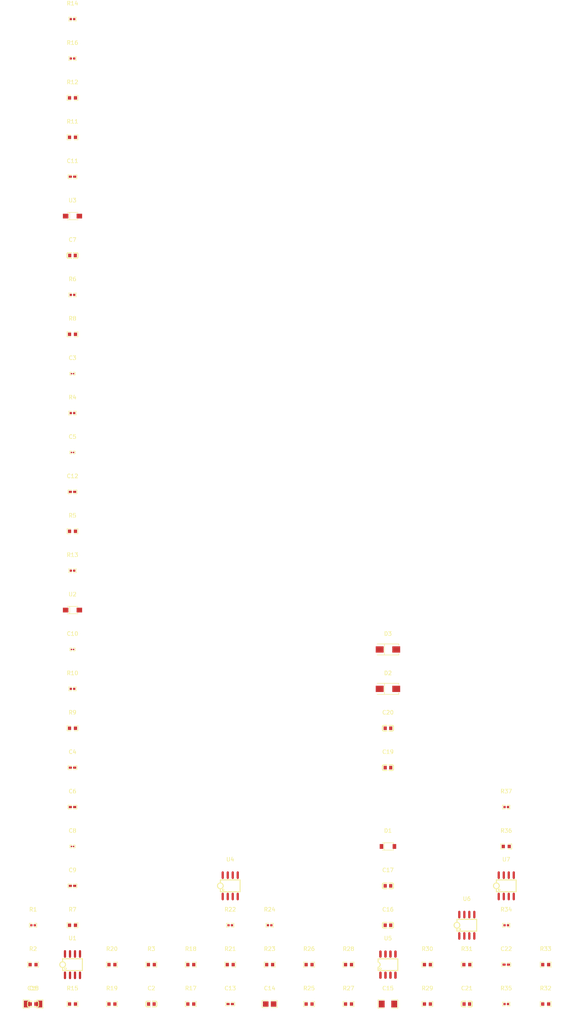
<source format=kicad_pcb>
(kicad_pcb (version 20241229) (generator "atopile") (generator_version "0.8.1")
  (layers (0 "F.Cu" signal) (31 "B.Cu" signal) (34 "B.Paste" user) (35 "F.Paste" user) (36 "B.SilkS" user "B.Silkscreen") (37 "F.SilkS" user "F.Silkscreen") (38 "B.Mask" user) (39 "F.Mask" user) (44 "Edge.Cuts" user))
  (net 0 "")
  (net 1 "input_stage-net")
  (net 2 "output_stage-resistors_ifs[0]")
  (net 3 "gain_stage-wiper")
  (net 4 "gain_stage-net-4")
  (net 5 "gain_stage.ff1_low_pass-gnd")
  (net 6 "hv-1")
  (net 7 "INPUT")
  (net 8 "output-1")
  (net 9 "gain_stage-tap")
  (net 10 "gain_stage-P1INminus")
  (net 11 "gnd-1")
  (net 12 "line")
  (net 13 "gain_stage-net")
  (net 14 "summing_opamp.summing_opamps-P2INplus")
  (net 15 "bypass-tap")
  (net 16 "gain_stage-line")
  (net 17 "summing_opamp.summing_opamps-P2INminus")
  (net 18 "gain_stage-resistors_ifs[0]")
  (net 19 "tone_control.tone_opamps-P2OUT")
  (net 20 "input_stage.input_buffer_opamp-P1INminus")
  (net 21 "input_stage.input_buffer_opamp-P2INminus")
  (net 22 "input_stage.input_buffer_opamp-P2OUT")
  (net 24 "tone_control-P1INminus")
  (net 25 "gnd")
  (net 26 "gain_stage-resistors_ifs[1]")
  (net 27 "gain_stage.gain_stage_opamp-P2OUT")
  (net 28 "gain_stage-net-2")
  (net 29 "gain_stage-net-3")
  (net 30 "gain_stage-cathode")
  (net 31 "summing_opamp.summing_opamps-P2OUT")
  (net 32 "input_stage-P1INplus")
  (net 33 "output_stage-net")
  (net 34 "CAPminus")
  (net 35 "gain_stage-P1INplus")
  (net 36 "gnd-3")
  (net 37 "gnd-2")
  (net 39 "tone_control-resistors_ifs[0]")
  (net 40 "OSC")
  (net 41 "tone_control.tone_opamps-P2INplus")
  (net 42 "CAPplus")
  (net 43 "tone_control.tone_opamps-P2INminus")
  (net 44 "tone_control-resistors_ifs[1]")
  (net 45 "input_stage.input_buffer_opamp-P2INplus")
  (net 46 "gain_stage-line-1")
  (net 47 "hv")
  (net 48 "summing_opamp-P1INminus")
  (net 49 "hv-2")
  (net 50 "gain_stage.gain_stage_opamp-P2INplus")
  (net 51 "INPUT-1")
  (net 52 "gain_stage-output")
  (net 53 "LV")
  (net 54 "line-1")
  (net 55 "line-2")
  (net 56 "tone_control-wiper")
  (net 57 "gain_stage.gain_stage_opamp-P2INminus")
  (net 58 "output_stage-gnd")
  (net 59 "power_supply-cathode")
  (net 60 "gain_stage-net-1")
  (net 61 "output")
  (footprint "atopile:C0603-bd72f6" (layer "F.Cu") (at 0 0 0)
    (property "Reference" "C1" (at 0 -4 0) (layer "F.SilkS") (hide no))
    (property "Value" "4.7µF ±10% 16V X5R")
    (fp_text user "${REFERENCE}" (at 0 -4 0) (layer "F.SilkS"))
    (pad "2" smd rect (at 0.7 0 0) (size 0.8 0.9) (layers "F.Cu" "F.Paste" "F.Mask") (net 15 "bypass-tap"))
    (pad "1" smd rect (at -0.7 0 0) (size 0.8 0.9) (layers "F.Cu" "F.Paste" "F.Mask") (net 54 "line-1"))
  )
  (footprint "atopile:R0603-ebcab9" (layer "F.Cu") (at 0 -10 0)
    (property "Reference" "R2" (at 0 -4 0) (layer "F.SilkS") (hide no))
    (property "Value" "560Ω ±1% 100mW")
    (fp_text user "${REFERENCE}" (at 0 -4 0) (layer "F.SilkS"))
    (pad "2" smd rect (at 0.75 0 0) (size 0.81 0.86) (layers "F.Cu" "F.Paste" "F.Mask") (net 12 "line"))
    (pad "1" smd rect (at -0.75 0 0) (size 0.81 0.86) (layers "F.Cu" "F.Paste" "F.Mask") (net 15 "bypass-tap"))
  )
  (footprint "atopile:R0402-56259e" (layer "F.Cu") (at 0 -20 0)
    (property "Reference" "R1" (at 0 -4 0) (layer "F.SilkS") (hide no))
    (property "Value" "100kΩ ±1% 62.5mW")
    (fp_text user "${REFERENCE}" (at 0 -4 0) (layer "F.SilkS"))
    (pad "2" smd rect (at 0.43 0 0) (size 0.57 0.54) (layers "F.Cu" "F.Paste" "F.Mask") (net 25 "gnd"))
    (pad "1" smd rect (at -0.43 0 0) (size 0.57 0.54) (layers "F.Cu" "F.Paste" "F.Mask") (net 15 "bypass-tap"))
  )
  (footprint "atopile:R0603-ebcab9" (layer "F.Cu") (at 10 0 0)
    (property "Reference" "R15" (at 0 -4 0) (layer "F.SilkS") (hide no))
    (property "Value" "1kΩ ±1% 100mW")
    (fp_text user "${REFERENCE}" (at 0 -4 0) (layer "F.SilkS"))
    (pad "2" smd rect (at 0.75 0 0) (size 0.81 0.86) (layers "F.Cu" "F.Paste" "F.Mask") (net 30 "gain_stage-cathode"))
    (pad "1" smd rect (at -0.75 0 0) (size 0.81 0.86) (layers "F.Cu" "F.Paste" "F.Mask") (net 29 "gain_stage-net-3"))
  )
  (footprint "atopile:SOIC-8_L5.0-W4.0-P1.27-LS6.0-BL-294f77" (layer "F.Cu") (at 10 -10 0)
    (property "Reference" "U1" (at 0 -6.71 0) (layer "F.SilkS") (hide no))
    (property "Value" "")
    (fp_text user "${REFERENCE}" (at 0 -6.71 0) (layer "F.SilkS"))
    (pad "1" smd oval (at -1.91 2.71 0) (size 0.57 1.95) (layers "F.Cu" "F.Paste" "F.Mask") (net 52 "gain_stage-output"))
    (pad "2" smd oval (at -0.63 2.71 0) (size 0.57 1.95) (layers "F.Cu" "F.Paste" "F.Mask") (net 10 "gain_stage-P1INminus"))
    (pad "3" smd oval (at 0.63 2.71 0) (size 0.57 1.95) (layers "F.Cu" "F.Paste" "F.Mask") (net 35 "gain_stage-P1INplus"))
    (pad "4" smd oval (at 1.9 2.71 0) (size 0.57 1.95) (layers "F.Cu" "F.Paste" "F.Mask") (net 37 "gnd-2"))
    (pad "8" smd oval (at -1.91 -2.71 0) (size 0.57 1.95) (layers "F.Cu" "F.Paste" "F.Mask") (net 47 "hv"))
    (pad "7" smd oval (at -0.63 -2.71 0) (size 0.57 1.95) (layers "F.Cu" "F.Paste" "F.Mask") (net 27 "gain_stage.gain_stage_opamp-P2OUT"))
    (pad "6" smd oval (at 0.63 -2.71 0) (size 0.57 1.95) (layers "F.Cu" "F.Paste" "F.Mask") (net 57 "gain_stage.gain_stage_opamp-P2INminus"))
    (pad "5" smd oval (at 1.9 -2.71 0) (size 0.57 1.95) (layers "F.Cu" "F.Paste" "F.Mask") (net 50 "gain_stage.gain_stage_opamp-P2INplus"))
  )
  (footprint "atopile:R0603-ebcab9" (layer "F.Cu") (at 10 -20 0)
    (property "Reference" "R7" (at 0 -4 0) (layer "F.SilkS") (hide no))
    (property "Value" "1kΩ ±1% 100mW")
    (fp_text user "${REFERENCE}" (at 0 -4 0) (layer "F.SilkS"))
    (pad "2" smd rect (at 0.75 0 0) (size 0.81 0.86) (layers "F.Cu" "F.Paste" "F.Mask") (net 6 "hv-1"))
    (pad "1" smd rect (at -0.75 0 0) (size 0.81 0.86) (layers "F.Cu" "F.Paste" "F.Mask") (net 60 "gain_stage-net-1"))
  )
  (footprint "atopile:C0402-b3ef17" (layer "F.Cu") (at 10 -30 0)
    (property "Reference" "C9" (at 0 -4 0) (layer "F.SilkS") (hide no))
    (property "Value" "82nF ±10% 16V X7R")
    (fp_text user "${REFERENCE}" (at 0 -4 0) (layer "F.SilkS"))
    (pad "2" smd rect (at 0.55 0 0) (size 0.79 0.54) (layers "F.Cu" "F.Paste" "F.Mask") (net 10 "gain_stage-P1INminus"))
    (pad "1" smd rect (at -0.55 0 0) (size 0.79 0.54) (layers "F.Cu" "F.Paste" "F.Mask") (net 4 "gain_stage-net-4"))
  )
  (footprint "atopile:C0201-a4ec75" (layer "F.Cu") (at 10 -40 0)
    (property "Reference" "C8" (at 0 -4 0) (layer "F.SilkS") (hide no))
    (property "Value" "68nF ±10% 16V X5R")
    (fp_text user "${REFERENCE}" (at 0 -4 0) (layer "F.SilkS"))
    (pad "2" smd rect (at 0.27 0 0) (size 0.37 0.32) (layers "F.Cu" "F.Paste" "F.Mask") (net 35 "gain_stage-P1INplus"))
    (pad "1" smd rect (at -0.27 0 0) (size 0.37 0.32) (layers "F.Cu" "F.Paste" "F.Mask") (net 16 "gain_stage-line"))
  )
  (footprint "atopile:C0402-b3ef17" (layer "F.Cu") (at 10 -50 0)
    (property "Reference" "C6" (at 0 -4 0) (layer "F.SilkS") (hide no))
    (property "Value" "27nF ±10% 16V X7R")
    (fp_text user "${REFERENCE}" (at 0 -4 0) (layer "F.SilkS"))
    (pad "2" smd rect (at 0.55 0 0) (size 0.79 0.54) (layers "F.Cu" "F.Paste" "F.Mask") (net 55 "line-2"))
    (pad "1" smd rect (at -0.55 0 0) (size 0.79 0.54) (layers "F.Cu" "F.Paste" "F.Mask") (net 13 "gain_stage-net"))
  )
  (footprint "atopile:C0402-b3ef17" (layer "F.Cu") (at 10 -60 0)
    (property "Reference" "C4" (at 0 -4 0) (layer "F.SilkS") (hide no))
    (property "Value" "390nF ±10% 16V X5R")
    (fp_text user "${REFERENCE}" (at 0 -4 0) (layer "F.SilkS"))
    (pad "2" smd rect (at 0.55 0 0) (size 0.79 0.54) (layers "F.Cu" "F.Paste" "F.Mask") (net 60 "gain_stage-net-1"))
    (pad "1" smd rect (at -0.55 0 0) (size 0.79 0.54) (layers "F.Cu" "F.Paste" "F.Mask") (net 18 "gain_stage-resistors_ifs[0]"))
  )
  (footprint "atopile:R0603-ebcab9" (layer "F.Cu") (at 10 -70 0)
    (property "Reference" "R9" (at 0 -4 0) (layer "F.SilkS") (hide no))
    (property "Value" "27kΩ ±1% 100mW")
    (fp_text user "${REFERENCE}" (at 0 -4 0) (layer "F.SilkS"))
    (pad "2" smd rect (at 0.75 0 0) (size 0.81 0.86) (layers "F.Cu" "F.Paste" "F.Mask") (net 55 "line-2"))
    (pad "1" smd rect (at -0.75 0 0) (size 0.81 0.86) (layers "F.Cu" "F.Paste" "F.Mask") (net 3 "gain_stage-wiper"))
  )
  (footprint "atopile:R0402-56259e" (layer "F.Cu") (at 10 -80 0)
    (property "Reference" "R10" (at 0 -4 0) (layer "F.SilkS") (hide no))
    (property "Value" "12kΩ ±1% 62.5mW")
    (fp_text user "${REFERENCE}" (at 0 -4 0) (layer "F.SilkS"))
    (pad "2" smd rect (at 0.43 0 0) (size 0.57 0.54) (layers "F.Cu" "F.Paste" "F.Mask") (net 13 "gain_stage-net"))
    (pad "1" smd rect (at -0.43 0 0) (size 0.57 0.54) (layers "F.Cu" "F.Paste" "F.Mask") (net 3 "gain_stage-wiper"))
  )
  (footprint "atopile:C0201-a4ec75" (layer "F.Cu") (at 10 -90 0)
    (property "Reference" "C10" (at 0 -4 0) (layer "F.SilkS") (hide no))
    (property "Value" "390pF ±5% 25V C0G")
    (fp_text user "${REFERENCE}" (at 0 -4 0) (layer "F.SilkS"))
    (pad "2" smd rect (at 0.27 0 0) (size 0.37 0.32) (layers "F.Cu" "F.Paste" "F.Mask") (net 52 "gain_stage-output"))
    (pad "1" smd rect (at -0.27 0 0) (size 0.37 0.32) (layers "F.Cu" "F.Paste" "F.Mask") (net 10 "gain_stage-P1INminus"))
  )
  (footprint "atopile:SOD-123FL_L2.7-W1.8-LS3.8-RD-0c8348" (layer "F.Cu") (at 10 -100 0)
    (property "Reference" "U2" (at 0 -4 0) (layer "F.SilkS") (hide no))
    (property "Value" "")
    (fp_text user "${REFERENCE}" (at 0 -4 0) (layer "F.SilkS"))
    (pad "2" smd rect (at 1.74 0 0) (size 1.4 1.2) (layers "F.Cu" "F.Paste" "F.Mask") (net 30 "gain_stage-cathode"))
    (pad "1" smd rect (at -1.74 0 0) (size 1.4 1.2) (layers "F.Cu" "F.Paste" "F.Mask") (net 37 "gnd-2"))
  )
  (footprint "atopile:R0402-56259e" (layer "F.Cu") (at 10 -110 0)
    (property "Reference" "R13" (at 0 -4 0) (layer "F.SilkS") (hide no))
    (property "Value" "15kΩ ±1% 62.5mW")
    (fp_text user "${REFERENCE}" (at 0 -4 0) (layer "F.SilkS"))
    (pad "2" smd rect (at 0.43 0 0) (size 0.57 0.54) (layers "F.Cu" "F.Paste" "F.Mask") (net 10 "gain_stage-P1INminus"))
    (pad "1" smd rect (at -0.43 0 0) (size 0.57 0.54) (layers "F.Cu" "F.Paste" "F.Mask") (net 4 "gain_stage-net-4"))
  )
  (footprint "atopile:R0603-ebcab9" (layer "F.Cu") (at 10 -120 0)
    (property "Reference" "R5" (at 0 -4 0) (layer "F.SilkS") (hide no))
    (property "Value" "5.1kΩ ±1% 100mW")
    (fp_text user "${REFERENCE}" (at 0 -4 0) (layer "F.SilkS"))
    (pad "2" smd rect (at 0.75 0 0) (size 0.81 0.86) (layers "F.Cu" "F.Paste" "F.Mask") (net 18 "gain_stage-resistors_ifs[0]"))
    (pad "1" smd rect (at -0.75 0 0) (size 0.81 0.86) (layers "F.Cu" "F.Paste" "F.Mask") (net 54 "line-1"))
  )
  (footprint "atopile:C0402-b3ef17" (layer "F.Cu") (at 10 -130 0)
    (property "Reference" "C12" (at 0 -4 0) (layer "F.SilkS") (hide no))
    (property "Value" "1µF ±10% 25V X5R")
    (fp_text user "${REFERENCE}" (at 0 -4 0) (layer "F.SilkS"))
    (pad "2" smd rect (at 0.55 0 0) (size 0.79 0.54) (layers "F.Cu" "F.Paste" "F.Mask") (net 9 "gain_stage-tap"))
    (pad "1" smd rect (at -0.55 0 0) (size 0.79 0.54) (layers "F.Cu" "F.Paste" "F.Mask") (net 30 "gain_stage-cathode"))
  )
  (footprint "atopile:C0201-a4ec75" (layer "F.Cu") (at 10 -140 0)
    (property "Reference" "C5" (at 0 -4 0) (layer "F.SilkS") (hide no))
    (property "Value" "2.2nF ±10% 25V X7R")
    (fp_text user "${REFERENCE}" (at 0 -4 0) (layer "F.SilkS"))
    (pad "2" smd rect (at 0.27 0 0) (size 0.37 0.32) (layers "F.Cu" "F.Paste" "F.Mask") (net 9 "gain_stage-tap"))
    (pad "1" smd rect (at -0.27 0 0) (size 0.37 0.32) (layers "F.Cu" "F.Paste" "F.Mask") (net 28 "gain_stage-net-2"))
  )
  (footprint "atopile:R0402-56259e" (layer "F.Cu") (at 10 -150 0)
    (property "Reference" "R4" (at 0 -4 0) (layer "F.SilkS") (hide no))
    (property "Value" "15kΩ ±1% 62.5mW")
    (fp_text user "${REFERENCE}" (at 0 -4 0) (layer "F.SilkS"))
    (pad "2" smd rect (at 0.43 0 0) (size 0.57 0.54) (layers "F.Cu" "F.Paste" "F.Mask") (net 55 "line-2"))
    (pad "1" smd rect (at -0.43 0 0) (size 0.57 0.54) (layers "F.Cu" "F.Paste" "F.Mask") (net 46 "gain_stage-line-1"))
  )
  (footprint "atopile:C0201-a4ec75" (layer "F.Cu") (at 10 -160 0)
    (property "Reference" "C3" (at 0 -4 0) (layer "F.SilkS") (hide no))
    (property "Value" "68nF ±10% 16V X5R")
    (fp_text user "${REFERENCE}" (at 0 -4 0) (layer "F.SilkS"))
    (pad "2" smd rect (at 0.27 0 0) (size 0.37 0.32) (layers "F.Cu" "F.Paste" "F.Mask") (net 18 "gain_stage-resistors_ifs[0]"))
    (pad "1" smd rect (at -0.27 0 0) (size 0.37 0.32) (layers "F.Cu" "F.Paste" "F.Mask") (net 54 "line-1"))
  )
  (footprint "atopile:R0603-ebcab9" (layer "F.Cu") (at 10 -170 0)
    (property "Reference" "R8" (at 0 -4 0) (layer "F.SilkS") (hide no))
    (property "Value" "22kΩ ±1% 100mW")
    (fp_text user "${REFERENCE}" (at 0 -4 0) (layer "F.SilkS"))
    (pad "2" smd rect (at 0.75 0 0) (size 0.81 0.86) (layers "F.Cu" "F.Paste" "F.Mask") (net 28 "gain_stage-net-2"))
    (pad "1" smd rect (at -0.75 0 0) (size 0.81 0.86) (layers "F.Cu" "F.Paste" "F.Mask") (net 3 "gain_stage-wiper"))
  )
  (footprint "atopile:R0402-56259e" (layer "F.Cu") (at 10 -180 0)
    (property "Reference" "R6" (at 0 -4 0) (layer "F.SilkS") (hide no))
    (property "Value" "1.5kΩ ±1% 62.5mW")
    (fp_text user "${REFERENCE}" (at 0 -4 0) (layer "F.SilkS"))
    (pad "2" smd rect (at 0.43 0 0) (size 0.57 0.54) (layers "F.Cu" "F.Paste" "F.Mask") (net 6 "hv-1"))
    (pad "1" smd rect (at -0.43 0 0) (size 0.57 0.54) (layers "F.Cu" "F.Paste" "F.Mask") (net 18 "gain_stage-resistors_ifs[0]"))
  )
  (footprint "atopile:C0603-bd72f6" (layer "F.Cu") (at 10 -190 0)
    (property "Reference" "C7" (at 0 -4 0) (layer "F.SilkS") (hide no))
    (property "Value" "100nF ±10% 50V X7R")
    (fp_text user "${REFERENCE}" (at 0 -4 0) (layer "F.SilkS"))
    (pad "2" smd rect (at 0.7 0 0) (size 0.8 0.9) (layers "F.Cu" "F.Paste" "F.Mask") (net 16 "gain_stage-line"))
    (pad "1" smd rect (at -0.7 0 0) (size 0.8 0.9) (layers "F.Cu" "F.Paste" "F.Mask") (net 52 "gain_stage-output"))
  )
  (footprint "atopile:SOD-123FL_L2.7-W1.8-LS3.8-RD-0c8348" (layer "F.Cu") (at 10 -200 0)
    (property "Reference" "U3" (at 0 -4 0) (layer "F.SilkS") (hide no))
    (property "Value" "")
    (fp_text user "${REFERENCE}" (at 0 -4 0) (layer "F.SilkS"))
    (pad "2" smd rect (at 1.74 0 0) (size 1.4 1.2) (layers "F.Cu" "F.Paste" "F.Mask") (net 37 "gnd-2"))
    (pad "1" smd rect (at -1.74 0 0) (size 1.4 1.2) (layers "F.Cu" "F.Paste" "F.Mask") (net 30 "gain_stage-cathode"))
  )
  (footprint "atopile:C0402-b3ef17" (layer "F.Cu") (at 10 -210 0)
    (property "Reference" "C11" (at 0 -4 0) (layer "F.SilkS") (hide no))
    (property "Value" "1µF ±10% 25V X5R")
    (fp_text user "${REFERENCE}" (at 0 -4 0) (layer "F.SilkS"))
    (pad "2" smd rect (at 0.55 0 0) (size 0.79 0.54) (layers "F.Cu" "F.Paste" "F.Mask") (net 29 "gain_stage-net-3"))
    (pad "1" smd rect (at -0.55 0 0) (size 0.79 0.54) (layers "F.Cu" "F.Paste" "F.Mask") (net 52 "gain_stage-output"))
  )
  (footprint "atopile:R0603-ebcab9" (layer "F.Cu") (at 10 -220 0)
    (property "Reference" "R11" (at 0 -4 0) (layer "F.SilkS") (hide no))
    (property "Value" "10kΩ ±1% 100mW")
    (fp_text user "${REFERENCE}" (at 0 -4 0) (layer "F.SilkS"))
    (pad "2" smd rect (at 0.75 0 0) (size 0.81 0.86) (layers "F.Cu" "F.Paste" "F.Mask") (net 35 "gain_stage-P1INplus"))
    (pad "1" smd rect (at -0.75 0 0) (size 0.81 0.86) (layers "F.Cu" "F.Paste" "F.Mask") (net 16 "gain_stage-line"))
  )
  (footprint "atopile:R0603-ebcab9" (layer "F.Cu") (at 10 -230 0)
    (property "Reference" "R12" (at 0 -4 0) (layer "F.SilkS") (hide no))
    (property "Value" "2kΩ ±1% 100mW")
    (fp_text user "${REFERENCE}" (at 0 -4 0) (layer "F.SilkS"))
    (pad "2" smd rect (at 0.75 0 0) (size 0.81 0.86) (layers "F.Cu" "F.Paste" "F.Mask") (net 4 "gain_stage-net-4"))
    (pad "1" smd rect (at -0.75 0 0) (size 0.81 0.86) (layers "F.Cu" "F.Paste" "F.Mask") (net 26 "gain_stage-resistors_ifs[1]"))
  )
  (footprint "atopile:R0402-56259e" (layer "F.Cu") (at 10 -240 0)
    (property "Reference" "R16" (at 0 -4 0) (layer "F.SilkS") (hide no))
    (property "Value" "47kΩ ±1% 62.5mW")
    (fp_text user "${REFERENCE}" (at 0 -4 0) (layer "F.SilkS"))
    (pad "2" smd rect (at 0.43 0 0) (size 0.57 0.54) (layers "F.Cu" "F.Paste" "F.Mask") (net 55 "line-2"))
    (pad "1" smd rect (at -0.43 0 0) (size 0.57 0.54) (layers "F.Cu" "F.Paste" "F.Mask") (net 9 "gain_stage-tap"))
  )
  (footprint "atopile:R0402-56259e" (layer "F.Cu") (at 10 -250 0)
    (property "Reference" "R14" (at 0 -4 0) (layer "F.SilkS") (hide no))
    (property "Value" "422kΩ ±1% 62.5mW")
    (fp_text user "${REFERENCE}" (at 0 -4 0) (layer "F.SilkS"))
    (pad "2" smd rect (at 0.43 0 0) (size 0.57 0.54) (layers "F.Cu" "F.Paste" "F.Mask") (net 52 "gain_stage-output"))
    (pad "1" smd rect (at -0.43 0 0) (size 0.57 0.54) (layers "F.Cu" "F.Paste" "F.Mask") (net 10 "gain_stage-P1INminus"))
  )
  (footprint "atopile:R0603-ebcab9" (layer "F.Cu") (at 20 0 0)
    (property "Reference" "R19" (at 0 -4 0) (layer "F.SilkS") (hide no))
    (property "Value" "1kΩ ±1% 100mW")
    (fp_text user "${REFERENCE}" (at 0 -4 0) (layer "F.SilkS"))
    (pad "2" smd rect (at 0.75 0 0) (size 0.81 0.86) (layers "F.Cu" "F.Paste" "F.Mask") (net 3 "gain_stage-wiper"))
    (pad "1" smd rect (at -0.75 0 0) (size 0.81 0.86) (layers "F.Cu" "F.Paste" "F.Mask") (net 18 "gain_stage-resistors_ifs[0]"))
  )
  (footprint "atopile:R0603-ebcab9" (layer "F.Cu") (at 20 -10 0)
    (property "Reference" "R20" (at 0 -4 0) (layer "F.SilkS") (hide no))
    (property "Value" "1kΩ ±1% 100mW")
    (fp_text user "${REFERENCE}" (at 0 -4 0) (layer "F.SilkS"))
    (pad "2" smd rect (at 0.75 0 0) (size 0.81 0.86) (layers "F.Cu" "F.Paste" "F.Mask") (net 3 "gain_stage-wiper"))
    (pad "1" smd rect (at -0.75 0 0) (size 0.81 0.86) (layers "F.Cu" "F.Paste" "F.Mask") (net 6 "hv-1"))
  )
  (footprint "atopile:C0603-bd72f6" (layer "F.Cu") (at 30 0 0)
    (property "Reference" "C2" (at 0 -4 0) (layer "F.SilkS") (hide no))
    (property "Value" "100nF ±10% 50V X7R")
    (fp_text user "${REFERENCE}" (at 0 -4 0) (layer "F.SilkS"))
    (pad "2" smd rect (at 0.7 0 0) (size 0.8 0.9) (layers "F.Cu" "F.Paste" "F.Mask") (net 5 "gain_stage.ff1_low_pass-gnd"))
    (pad "1" smd rect (at -0.7 0 0) (size 0.8 0.9) (layers "F.Cu" "F.Paste" "F.Mask") (net 46 "gain_stage-line-1"))
  )
  (footprint "atopile:R0603-ebcab9" (layer "F.Cu") (at 30 -10 0)
    (property "Reference" "R3" (at 0 -4 0) (layer "F.SilkS") (hide no))
    (property "Value" "1kΩ ±1% 100mW")
    (fp_text user "${REFERENCE}" (at 0 -4 0) (layer "F.SilkS"))
    (pad "2" smd rect (at 0.75 0 0) (size 0.81 0.86) (layers "F.Cu" "F.Paste" "F.Mask") (net 46 "gain_stage-line-1"))
    (pad "1" smd rect (at -0.75 0 0) (size 0.81 0.86) (layers "F.Cu" "F.Paste" "F.Mask") (net 16 "gain_stage-line"))
  )
  (footprint "atopile:R0603-ebcab9" (layer "F.Cu") (at 40 0 0)
    (property "Reference" "R17" (at 0 -4 0) (layer "F.SilkS") (hide no))
    (property "Value" "1kΩ ±1% 100mW")
    (fp_text user "${REFERENCE}" (at 0 -4 0) (layer "F.SilkS"))
    (pad "2" smd rect (at 0.75 0 0) (size 0.81 0.86) (layers "F.Cu" "F.Paste" "F.Mask") (net 6 "hv-1"))
    (pad "1" smd rect (at -0.75 0 0) (size 0.81 0.86) (layers "F.Cu" "F.Paste" "F.Mask") (net 35 "gain_stage-P1INplus"))
  )
  (footprint "atopile:R0603-ebcab9" (layer "F.Cu") (at 40 -10 0)
    (property "Reference" "R18" (at 0 -4 0) (layer "F.SilkS") (hide no))
    (property "Value" "1kΩ ±1% 100mW")
    (fp_text user "${REFERENCE}" (at 0 -4 0) (layer "F.SilkS"))
    (pad "2" smd rect (at 0.75 0 0) (size 0.81 0.86) (layers "F.Cu" "F.Paste" "F.Mask") (net 6 "hv-1"))
    (pad "1" smd rect (at -0.75 0 0) (size 0.81 0.86) (layers "F.Cu" "F.Paste" "F.Mask") (net 26 "gain_stage-resistors_ifs[1]"))
  )
  (footprint "atopile:C0402-b3ef17" (layer "F.Cu") (at 50 0 0)
    (property "Reference" "C13" (at 0 -4 0) (layer "F.SilkS") (hide no))
    (property "Value" "100nF ±10% 16V X7R")
    (fp_text user "${REFERENCE}" (at 0 -4 0) (layer "F.SilkS"))
    (pad "2" smd rect (at 0.55 0 0) (size 0.79 0.54) (layers "F.Cu" "F.Paste" "F.Mask") (net 32 "input_stage-P1INplus"))
    (pad "1" smd rect (at -0.55 0 0) (size 0.79 0.54) (layers "F.Cu" "F.Paste" "F.Mask") (net 1 "input_stage-net"))
  )
  (footprint "atopile:R0603-ebcab9" (layer "F.Cu") (at 50 -10 0)
    (property "Reference" "R21" (at 0 -4 0) (layer "F.SilkS") (hide no))
    (property "Value" "1MΩ ±1% 100mW")
    (fp_text user "${REFERENCE}" (at 0 -4 0) (layer "F.SilkS"))
    (pad "2" smd rect (at 0.75 0 0) (size 0.81 0.86) (layers "F.Cu" "F.Paste" "F.Mask") (net 6 "hv-1"))
    (pad "1" smd rect (at -0.75 0 0) (size 0.81 0.86) (layers "F.Cu" "F.Paste" "F.Mask") (net 32 "input_stage-P1INplus"))
  )
  (footprint "atopile:R0402-56259e" (layer "F.Cu") (at 50 -20 0)
    (property "Reference" "R22" (at 0 -4 0) (layer "F.SilkS") (hide no))
    (property "Value" "10kΩ ±1% 62.5mW")
    (fp_text user "${REFERENCE}" (at 0 -4 0) (layer "F.SilkS"))
    (pad "2" smd rect (at 0.43 0 0) (size 0.57 0.54) (layers "F.Cu" "F.Paste" "F.Mask") (net 1 "input_stage-net"))
    (pad "1" smd rect (at -0.43 0 0) (size 0.57 0.54) (layers "F.Cu" "F.Paste" "F.Mask") (net 51 "INPUT-1"))
  )
  (footprint "atopile:SOIC-8_L5.0-W4.0-P1.27-LS6.0-BL-294f77" (layer "F.Cu") (at 50 -30 0)
    (property "Reference" "U4" (at 0 -6.71 0) (layer "F.SilkS") (hide no))
    (property "Value" "")
    (fp_text user "${REFERENCE}" (at 0 -6.71 0) (layer "F.SilkS"))
    (pad "1" smd oval (at -1.91 2.71 0) (size 0.57 1.95) (layers "F.Cu" "F.Paste" "F.Mask") (net 20 "input_stage.input_buffer_opamp-P1INminus"))
    (pad "2" smd oval (at -0.63 2.71 0) (size 0.57 1.95) (layers "F.Cu" "F.Paste" "F.Mask") (net 20 "input_stage.input_buffer_opamp-P1INminus"))
    (pad "3" smd oval (at 0.63 2.71 0) (size 0.57 1.95) (layers "F.Cu" "F.Paste" "F.Mask") (net 32 "input_stage-P1INplus"))
    (pad "4" smd oval (at 1.9 2.71 0) (size 0.57 1.95) (layers "F.Cu" "F.Paste" "F.Mask") (net 37 "gnd-2"))
    (pad "8" smd oval (at -1.91 -2.71 0) (size 0.57 1.95) (layers "F.Cu" "F.Paste" "F.Mask") (net 47 "hv"))
    (pad "7" smd oval (at -0.63 -2.71 0) (size 0.57 1.95) (layers "F.Cu" "F.Paste" "F.Mask") (net 22 "input_stage.input_buffer_opamp-P2OUT"))
    (pad "6" smd oval (at 0.63 -2.71 0) (size 0.57 1.95) (layers "F.Cu" "F.Paste" "F.Mask") (net 21 "input_stage.input_buffer_opamp-P2INminus"))
    (pad "5" smd oval (at 1.9 -2.71 0) (size 0.57 1.95) (layers "F.Cu" "F.Paste" "F.Mask") (net 45 "input_stage.input_buffer_opamp-P2INplus"))
  )
  (footprint "atopile:C0805-3b2e55" (layer "F.Cu") (at 60 0 0)
    (property "Reference" "C14" (at 0 -4 0) (layer "F.SilkS") (hide no))
    (property "Value" "4.7µF ±10% 50V X5R")
    (fp_text user "${REFERENCE}" (at 0 -4 0) (layer "F.SilkS"))
    (pad "2" smd rect (at 1 0 0) (size 1.41 1.35) (layers "F.Cu" "F.Paste" "F.Mask") (net 33 "output_stage-net"))
    (pad "1" smd rect (at -1 0 0) (size 1.41 1.35) (layers "F.Cu" "F.Paste" "F.Mask") (net 8 "output-1"))
  )
  (footprint "atopile:R0603-ebcab9" (layer "F.Cu") (at 60 -10 0)
    (property "Reference" "R23" (at 0 -4 0) (layer "F.SilkS") (hide no))
    (property "Value" "560Ω ±1% 100mW")
    (fp_text user "${REFERENCE}" (at 0 -4 0) (layer "F.SilkS"))
    (pad "2" smd rect (at 0.75 0 0) (size 0.81 0.86) (layers "F.Cu" "F.Paste" "F.Mask") (net 2 "output_stage-resistors_ifs[0]"))
    (pad "1" smd rect (at -0.75 0 0) (size 0.81 0.86) (layers "F.Cu" "F.Paste" "F.Mask") (net 33 "output_stage-net"))
  )
  (footprint "atopile:R0402-56259e" (layer "F.Cu") (at 60 -20 0)
    (property "Reference" "R24" (at 0 -4 0) (layer "F.SilkS") (hide no))
    (property "Value" "100kΩ ±1% 62.5mW")
    (fp_text user "${REFERENCE}" (at 0 -4 0) (layer "F.SilkS"))
    (pad "2" smd rect (at 0.43 0 0) (size 0.57 0.54) (layers "F.Cu" "F.Paste" "F.Mask") (net 11 "gnd-1"))
    (pad "1" smd rect (at -0.43 0 0) (size 0.57 0.54) (layers "F.Cu" "F.Paste" "F.Mask") (net 7 "INPUT"))
  )
  (footprint "atopile:R0603-ebcab9" (layer "F.Cu") (at 70 0 0)
    (property "Reference" "R25" (at 0 -4 0) (layer "F.SilkS") (hide no))
    (property "Value" "1kΩ ±1% 100mW")
    (fp_text user "${REFERENCE}" (at 0 -4 0) (layer "F.SilkS"))
    (pad "2" smd rect (at 0.75 0 0) (size 0.81 0.86) (layers "F.Cu" "F.Paste" "F.Mask") (net 58 "output_stage-gnd"))
    (pad "1" smd rect (at -0.75 0 0) (size 0.81 0.86) (layers "F.Cu" "F.Paste" "F.Mask") (net 7 "INPUT"))
  )
  (footprint "atopile:R0603-ebcab9" (layer "F.Cu") (at 70 -10 0)
    (property "Reference" "R26" (at 0 -4 0) (layer "F.SilkS") (hide no))
    (property "Value" "1kΩ ±1% 100mW")
    (fp_text user "${REFERENCE}" (at 0 -4 0) (layer "F.SilkS"))
    (pad "2" smd rect (at 0.75 0 0) (size 0.81 0.86) (layers "F.Cu" "F.Paste" "F.Mask") (net 7 "INPUT"))
    (pad "1" smd rect (at -0.75 0 0) (size 0.81 0.86) (layers "F.Cu" "F.Paste" "F.Mask") (net 12 "line"))
  )
  (footprint "atopile:R0603-ebcab9" (layer "F.Cu") (at 80 0 0)
    (property "Reference" "R27" (at 0 -4 0) (layer "F.SilkS") (hide no))
    (property "Value" "1kΩ ±1% 100mW")
    (fp_text user "${REFERENCE}" (at 0 -4 0) (layer "F.SilkS"))
    (pad "2" smd rect (at 0.75 0 0) (size 0.81 0.86) (layers "F.Cu" "F.Paste" "F.Mask") (net 58 "output_stage-gnd"))
    (pad "1" smd rect (at -0.75 0 0) (size 0.81 0.86) (layers "F.Cu" "F.Paste" "F.Mask") (net 2 "output_stage-resistors_ifs[0]"))
  )
  (footprint "atopile:R0603-ebcab9" (layer "F.Cu") (at 80 -10 0)
    (property "Reference" "R28" (at 0 -4 0) (layer "F.SilkS") (hide no))
    (property "Value" "1kΩ ±1% 100mW")
    (fp_text user "${REFERENCE}" (at 0 -4 0) (layer "F.SilkS"))
    (pad "2" smd rect (at 0.75 0 0) (size 0.81 0.86) (layers "F.Cu" "F.Paste" "F.Mask") (net 58 "output_stage-gnd"))
    (pad "1" smd rect (at -0.75 0 0) (size 0.81 0.86) (layers "F.Cu" "F.Paste" "F.Mask") (net 11 "gnd-1"))
  )
  (footprint "atopile:C1206-f0a137" (layer "F.Cu") (at 90 0 0)
    (property "Reference" "C15" (at 0 -4 0) (layer "F.SilkS") (hide no))
    (property "Value" "47µF ±20% 25V X5R")
    (fp_text user "${REFERENCE}" (at 0 -4 0) (layer "F.SilkS"))
    (pad "2" smd rect (at 1.59 0 0) (size 1.49 1.73) (layers "F.Cu" "F.Paste" "F.Mask") (net 37 "gnd-2"))
    (pad "1" smd rect (at -1.59 0 0) (size 1.49 1.73) (layers "F.Cu" "F.Paste" "F.Mask") (net 47 "hv"))
  )
  (footprint "atopile:SOP-8_L4.9-W3.9-P1.27-LS6.0-BL-0d1ac6" (layer "F.Cu") (at 90 -10 0)
    (property "Reference" "U5" (at 0 -6.68 0) (layer "F.SilkS") (hide no))
    (property "Value" "")
    (fp_text user "${REFERENCE}" (at 0 -6.68 0) (layer "F.SilkS"))
    (pad "1" smd oval (at -1.91 2.68 0) (size 0.63 1.86) (layers "F.Cu" "F.Paste" "F.Mask") (net 47 "hv"))
    (pad "2" smd oval (at -0.63 2.68 0) (size 0.63 1.86) (layers "F.Cu" "F.Paste" "F.Mask") (net 42 "CAPplus"))
    (pad "3" smd oval (at 0.63 2.68 0) (size 0.63 1.86) (layers "F.Cu" "F.Paste" "F.Mask") (net 37 "gnd-2"))
    (pad "4" smd oval (at 1.9 2.68 0) (size 0.63 1.86) (layers "F.Cu" "F.Paste" "F.Mask") (net 34 "CAPminus"))
    (pad "8" smd oval (at -1.91 -2.68 0) (size 0.63 1.86) (layers "F.Cu" "F.Paste" "F.Mask") (net 47 "hv"))
    (pad "7" smd oval (at -0.63 -2.68 0) (size 0.63 1.86) (layers "F.Cu" "F.Paste" "F.Mask") (net 40 "OSC"))
    (pad "6" smd oval (at 0.63 -2.68 0) (size 0.63 1.86) (layers "F.Cu" "F.Paste" "F.Mask") (net 53 "LV"))
    (pad "5" smd oval (at 1.9 -2.68 0) (size 0.63 1.86) (layers "F.Cu" "F.Paste" "F.Mask") (net 36 "gnd-3"))
  )
  (footprint "atopile:C0603-bd72f6" (layer "F.Cu") (at 90 -20 0)
    (property "Reference" "C16" (at 0 -4 0) (layer "F.SilkS") (hide no))
    (property "Value" "1µF ±10% 50V X5R")
    (fp_text user "${REFERENCE}" (at 0 -4 0) (layer "F.SilkS"))
    (pad "2" smd rect (at 0.7 0 0) (size 0.8 0.9) (layers "F.Cu" "F.Paste" "F.Mask") (net 42 "CAPplus"))
    (pad "1" smd rect (at -0.7 0 0) (size 0.8 0.9) (layers "F.Cu" "F.Paste" "F.Mask") (net 34 "CAPminus"))
  )
  (footprint "atopile:C0603-bd72f6" (layer "F.Cu") (at 90 -30 0)
    (property "Reference" "C17" (at 0 -4 0) (layer "F.SilkS") (hide no))
    (property "Value" "1µF ±10% 50V X5R")
    (fp_text user "${REFERENCE}" (at 0 -4 0) (layer "F.SilkS"))
    (pad "2" smd rect (at 0.7 0 0) (size 0.8 0.9) (layers "F.Cu" "F.Paste" "F.Mask") (net 59 "power_supply-cathode"))
    (pad "1" smd rect (at -0.7 0 0) (size 0.8 0.9) (layers "F.Cu" "F.Paste" "F.Mask") (net 42 "CAPplus"))
  )
  (footprint "atopile:SOD-123_L2.7-W1.6-LS3.7-RD-30fb4b" (layer "F.Cu") (at 90 -40 0)
    (property "Reference" "D1" (at 0 -4 0) (layer "F.SilkS") (hide no))
    (property "Value" "")
    (fp_text user "${REFERENCE}" (at 0 -4 0) (layer "F.SilkS"))
    (pad "2" smd rect (at 1.64 0 0) (size 0.91 1.22) (layers "F.Cu" "F.Paste" "F.Mask") (net 37 "gnd-2"))
    (pad "1" smd rect (at -1.64 0 0) (size 0.91 1.22) (layers "F.Cu" "F.Paste" "F.Mask") (net 47 "hv"))
  )
  (footprint "atopile:C0603-bd72f6" (layer "F.Cu") (at 90 -60 0)
    (property "Reference" "C19" (at 0 -4 0) (layer "F.SilkS") (hide no))
    (property "Value" "1µF ±10% 50V X5R")
    (fp_text user "${REFERENCE}" (at 0 -4 0) (layer "F.SilkS"))
    (pad "2" smd rect (at 0.7 0 0) (size 0.8 0.9) (layers "F.Cu" "F.Paste" "F.Mask") (net 37 "gnd-2"))
    (pad "1" smd rect (at -0.7 0 0) (size 0.8 0.9) (layers "F.Cu" "F.Paste" "F.Mask") (net 49 "hv-2"))
  )
  (footprint "atopile:C0603-bd72f6" (layer "F.Cu") (at 90 -70 0)
    (property "Reference" "C20" (at 0 -4 0) (layer "F.SilkS") (hide no))
    (property "Value" "1µF ±10% 50V X5R")
    (fp_text user "${REFERENCE}" (at 0 -4 0) (layer "F.SilkS"))
    (pad "2" smd rect (at 0.7 0 0) (size 0.8 0.9) (layers "F.Cu" "F.Paste" "F.Mask") (net 37 "gnd-2"))
    (pad "1" smd rect (at -0.7 0 0) (size 0.8 0.9) (layers "F.Cu" "F.Paste" "F.Mask") (net 36 "gnd-3"))
  )
  (footprint "atopile:SMA_L4.3-W2.5-LS5.0-RD-e683d9" (layer "F.Cu") (at 90 -80 0)
    (property "Reference" "D2" (at 0 -4 0) (layer "F.SilkS") (hide no))
    (property "Value" "")
    (fp_text user "${REFERENCE}" (at 0 -4 0) (layer "F.SilkS"))
    (pad "2" smd rect (at 2.1 0 180) (size 2 1.59) (layers "F.Cu" "F.Paste" "F.Mask") (net 47 "hv"))
    (pad "1" smd rect (at -2.1 0 180) (size 2 1.59) (layers "F.Cu" "F.Paste" "F.Mask") (net 59 "power_supply-cathode"))
  )
  (footprint "atopile:SMA_L4.3-W2.5-LS5.0-RD-e683d9" (layer "F.Cu") (at 90 -90 0)
    (property "Reference" "D3" (at 0 -4 0) (layer "F.SilkS") (hide no))
    (property "Value" "")
    (fp_text user "${REFERENCE}" (at 0 -4 0) (layer "F.SilkS"))
    (pad "2" smd rect (at 2.1 0 180) (size 2 1.59) (layers "F.Cu" "F.Paste" "F.Mask") (net 59 "power_supply-cathode"))
    (pad "1" smd rect (at -2.1 0 180) (size 2 1.59) (layers "F.Cu" "F.Paste" "F.Mask") (net 49 "hv-2"))
  )
  (footprint "atopile:R0603-ebcab9" (layer "F.Cu") (at 100 0 0)
    (property "Reference" "R29" (at 0 -4 0) (layer "F.SilkS") (hide no))
    (property "Value" "1kΩ ±1% 100mW")
    (fp_text user "${REFERENCE}" (at 0 -4 0) (layer "F.SilkS"))
    (pad "2" smd rect (at 0.75 0 0) (size 0.81 0.86) (layers "F.Cu" "F.Paste" "F.Mask") (net 37 "gnd-2"))
    (pad "1" smd rect (at -0.75 0 0) (size 0.81 0.86) (layers "F.Cu" "F.Paste" "F.Mask") (net 6 "hv-1"))
  )
  (footprint "atopile:R0603-ebcab9" (layer "F.Cu") (at 100 -10 0)
    (property "Reference" "R30" (at 0 -4 0) (layer "F.SilkS") (hide no))
    (property "Value" "1kΩ ±1% 100mW")
    (fp_text user "${REFERENCE}" (at 0 -4 0) (layer "F.SilkS"))
    (pad "2" smd rect (at 0.75 0 0) (size 0.81 0.86) (layers "F.Cu" "F.Paste" "F.Mask") (net 6 "hv-1"))
    (pad "1" smd rect (at -0.75 0 0) (size 0.81 0.86) (layers "F.Cu" "F.Paste" "F.Mask") (net 47 "hv"))
  )
  (footprint "atopile:C0603-bd72f6" (layer "F.Cu") (at 110 0 0)
    (property "Reference" "C21" (at 0 -4 0) (layer "F.SilkS") (hide no))
    (property "Value" "100nF ±10% 50V X7R")
    (fp_text user "${REFERENCE}" (at 0 -4 0) (layer "F.SilkS"))
    (pad "2" smd rect (at 0.7 0 0) (size 0.8 0.9) (layers "F.Cu" "F.Paste" "F.Mask") (net 61 "output"))
    (pad "1" smd rect (at -0.7 0 0) (size 0.8 0.9) (layers "F.Cu" "F.Paste" "F.Mask") (net 48 "summing_opamp-P1INminus"))
  )
  (footprint "atopile:R0603-ebcab9" (layer "F.Cu") (at 110 -10 0)
    (property "Reference" "R31" (at 0 -4 0) (layer "F.SilkS") (hide no))
    (property "Value" "1kΩ ±1% 100mW")
    (fp_text user "${REFERENCE}" (at 0 -4 0) (layer "F.SilkS"))
    (pad "2" smd rect (at 0.75 0 0) (size 0.81 0.86) (layers "F.Cu" "F.Paste" "F.Mask") (net 61 "output"))
    (pad "1" smd rect (at -0.75 0 0) (size 0.81 0.86) (layers "F.Cu" "F.Paste" "F.Mask") (net 48 "summing_opamp-P1INminus"))
  )
  (footprint "atopile:SOIC-8_L5.0-W4.0-P1.27-LS6.0-BL-294f77" (layer "F.Cu") (at 110 -20 0)
    (property "Reference" "U6" (at 0 -6.71 0) (layer "F.SilkS") (hide no))
    (property "Value" "")
    (fp_text user "${REFERENCE}" (at 0 -6.71 0) (layer "F.SilkS"))
    (pad "1" smd oval (at -1.91 2.71 0) (size 0.57 1.95) (layers "F.Cu" "F.Paste" "F.Mask") (net 61 "output"))
    (pad "2" smd oval (at -0.63 2.71 0) (size 0.57 1.95) (layers "F.Cu" "F.Paste" "F.Mask") (net 48 "summing_opamp-P1INminus"))
    (pad "3" smd oval (at 0.63 2.71 0) (size 0.57 1.95) (layers "F.Cu" "F.Paste" "F.Mask") (net 6 "hv-1"))
    (pad "4" smd oval (at 1.9 2.71 0) (size 0.57 1.95) (layers "F.Cu" "F.Paste" "F.Mask") (net 36 "gnd-3"))
    (pad "8" smd oval (at -1.91 -2.71 0) (size 0.57 1.95) (layers "F.Cu" "F.Paste" "F.Mask") (net 49 "hv-2"))
    (pad "7" smd oval (at -0.63 -2.71 0) (size 0.57 1.95) (layers "F.Cu" "F.Paste" "F.Mask") (net 31 "summing_opamp.summing_opamps-P2OUT"))
    (pad "6" smd oval (at 0.63 -2.71 0) (size 0.57 1.95) (layers "F.Cu" "F.Paste" "F.Mask") (net 17 "summing_opamp.summing_opamps-P2INminus"))
    (pad "5" smd oval (at 1.9 -2.71 0) (size 0.57 1.95) (layers "F.Cu" "F.Paste" "F.Mask") (net 14 "summing_opamp.summing_opamps-P2INplus"))
  )
  (footprint "atopile:R0402-56259e" (layer "F.Cu") (at 120 0 0)
    (property "Reference" "R35" (at 0 -4 0) (layer "F.SilkS") (hide no))
    (property "Value" "100kΩ ±1% 62.5mW")
    (fp_text user "${REFERENCE}" (at 0 -4 0) (layer "F.SilkS"))
    (pad "2" smd rect (at 0.43 0 0) (size 0.57 0.54) (layers "F.Cu" "F.Paste" "F.Mask") (net 24 "tone_control-P1INminus"))
    (pad "1" smd rect (at -0.43 0 0) (size 0.57 0.54) (layers "F.Cu" "F.Paste" "F.Mask") (net 61 "output"))
  )
  (footprint "atopile:C0402-b3ef17" (layer "F.Cu") (at 120 -10 0)
    (property "Reference" "C22" (at 0 -4 0) (layer "F.SilkS") (hide no))
    (property "Value" "3.9nF ±10% 50V X7R")
    (fp_text user "${REFERENCE}" (at 0 -4 0) (layer "F.SilkS"))
    (pad "2" smd rect (at 0.55 0 0) (size 0.79 0.54) (layers "F.Cu" "F.Paste" "F.Mask") (net 24 "tone_control-P1INminus"))
    (pad "1" smd rect (at -0.55 0 0) (size 0.79 0.54) (layers "F.Cu" "F.Paste" "F.Mask") (net 56 "tone_control-wiper"))
  )
  (footprint "atopile:R0402-56259e" (layer "F.Cu") (at 120 -20 0)
    (property "Reference" "R34" (at 0 -4 0) (layer "F.SilkS") (hide no))
    (property "Value" "1.8kΩ ±1% 62.5mW")
    (fp_text user "${REFERENCE}" (at 0 -4 0) (layer "F.SilkS"))
    (pad "2" smd rect (at 0.43 0 0) (size 0.57 0.54) (layers "F.Cu" "F.Paste" "F.Mask") (net 44 "tone_control-resistors_ifs[1]"))
    (pad "1" smd rect (at -0.43 0 0) (size 0.57 0.54) (layers "F.Cu" "F.Paste" "F.Mask") (net 61 "output"))
  )
  (footprint "atopile:SOIC-8_L5.0-W4.0-P1.27-LS6.0-BL-294f77" (layer "F.Cu") (at 120 -30 0)
    (property "Reference" "U7" (at 0 -6.71 0) (layer "F.SilkS") (hide no))
    (property "Value" "")
    (fp_text user "${REFERENCE}" (at 0 -6.71 0) (layer "F.SilkS"))
    (pad "1" smd oval (at -1.91 2.71 0) (size 0.57 1.95) (layers "F.Cu" "F.Paste" "F.Mask") (net 8 "output-1"))
    (pad "2" smd oval (at -0.63 2.71 0) (size 0.57 1.95) (layers "F.Cu" "F.Paste" "F.Mask") (net 24 "tone_control-P1INminus"))
    (pad "3" smd oval (at 0.63 2.71 0) (size 0.57 1.95) (layers "F.Cu" "F.Paste" "F.Mask") (net 6 "hv-1"))
    (pad "4" smd oval (at 1.9 2.71 0) (size 0.57 1.95) (layers "F.Cu" "F.Paste" "F.Mask") (net 36 "gnd-3"))
    (pad "8" smd oval (at -1.91 -2.71 0) (size 0.57 1.95) (layers "F.Cu" "F.Paste" "F.Mask") (net 49 "hv-2"))
    (pad "7" smd oval (at -0.63 -2.71 0) (size 0.57 1.95) (layers "F.Cu" "F.Paste" "F.Mask") (net 19 "tone_control.tone_opamps-P2OUT"))
    (pad "6" smd oval (at 0.63 -2.71 0) (size 0.57 1.95) (layers "F.Cu" "F.Paste" "F.Mask") (net 43 "tone_control.tone_opamps-P2INminus"))
    (pad "5" smd oval (at 1.9 -2.71 0) (size 0.57 1.95) (layers "F.Cu" "F.Paste" "F.Mask") (net 41 "tone_control.tone_opamps-P2INplus"))
  )
  (footprint "atopile:R0603-ebcab9" (layer "F.Cu") (at 120 -40 0)
    (property "Reference" "R36" (at 0 -4 0) (layer "F.SilkS") (hide no))
    (property "Value" "4.7kΩ ±1% 100mW")
    (fp_text user "${REFERENCE}" (at 0 -4 0) (layer "F.SilkS"))
    (pad "2" smd rect (at 0.75 0 0) (size 0.81 0.86) (layers "F.Cu" "F.Paste" "F.Mask") (net 8 "output-1"))
    (pad "1" smd rect (at -0.75 0 0) (size 0.81 0.86) (layers "F.Cu" "F.Paste" "F.Mask") (net 39 "tone_control-resistors_ifs[0]"))
  )
  (footprint "atopile:R0402-56259e" (layer "F.Cu") (at 120 -50 0)
    (property "Reference" "R37" (at 0 -4 0) (layer "F.SilkS") (hide no))
    (property "Value" "100kΩ ±1% 62.5mW")
    (fp_text user "${REFERENCE}" (at 0 -4 0) (layer "F.SilkS"))
    (pad "2" smd rect (at 0.43 0 0) (size 0.57 0.54) (layers "F.Cu" "F.Paste" "F.Mask") (net 8 "output-1"))
    (pad "1" smd rect (at -0.43 0 0) (size 0.57 0.54) (layers "F.Cu" "F.Paste" "F.Mask") (net 24 "tone_control-P1INminus"))
  )
  (footprint "atopile:R0603-ebcab9" (layer "F.Cu") (at 130 0 0)
    (property "Reference" "R32" (at 0 -4 0) (layer "F.SilkS") (hide no))
    (property "Value" "1kΩ ±1% 100mW")
    (fp_text user "${REFERENCE}" (at 0 -4 0) (layer "F.SilkS"))
    (pad "2" smd rect (at 0.75 0 0) (size 0.81 0.86) (layers "F.Cu" "F.Paste" "F.Mask") (net 56 "tone_control-wiper"))
    (pad "1" smd rect (at -0.75 0 0) (size 0.81 0.86) (layers "F.Cu" "F.Paste" "F.Mask") (net 39 "tone_control-resistors_ifs[0]"))
  )
  (footprint "atopile:R0603-ebcab9" (layer "F.Cu") (at 130 -10 0)
    (property "Reference" "R33" (at 0 -4 0) (layer "F.SilkS") (hide no))
    (property "Value" "1kΩ ±1% 100mW")
    (fp_text user "${REFERENCE}" (at 0 -4 0) (layer "F.SilkS"))
    (pad "2" smd rect (at 0.75 0 0) (size 0.81 0.86) (layers "F.Cu" "F.Paste" "F.Mask") (net 56 "tone_control-wiper"))
    (pad "1" smd rect (at -0.75 0 0) (size 0.81 0.86) (layers "F.Cu" "F.Paste" "F.Mask") (net 44 "tone_control-resistors_ifs[1]"))
  )
  (footprint "atopile:C1206-f0a137" (layer "F.Cu") (at 0 0 0)
    (property "Reference" "C18" (at 0 -4 0) (layer "F.SilkS") (hide no))
    (property "Value" "47µF ±20% 25V X5R")
    (fp_text user "${REFERENCE}" (at 0 -4 0) (layer "F.SilkS"))
    (pad "2" smd rect (at 1.59 0 0) (size 1.49 1.73) (layers "F.Cu" "F.Paste" "F.Mask") (net 37 "gnd-2"))
    (pad "1" smd rect (at -1.59 0 0) (size 1.49 1.73) (layers "F.Cu" "F.Paste" "F.Mask") (net 6 "hv-1"))
  )
)
</source>
